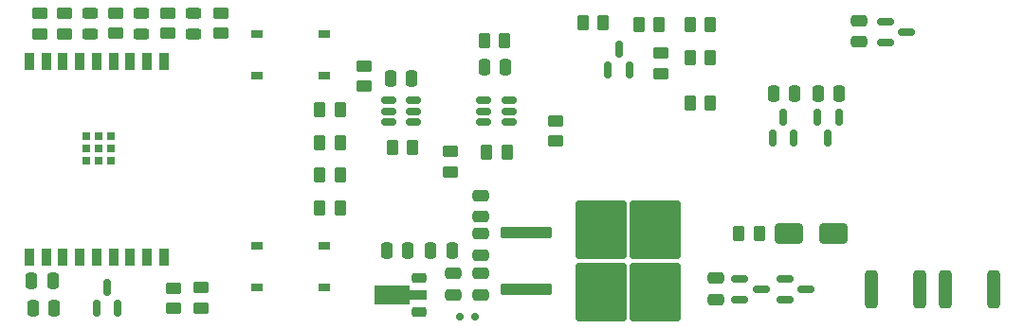
<source format=gbr>
%TF.GenerationSoftware,KiCad,Pcbnew,8.0.4*%
%TF.CreationDate,2025-05-22T08:52:24-04:00*%
%TF.ProjectId,OnionStraws,4f6e696f-6e53-4747-9261-77732e6b6963,rev?*%
%TF.SameCoordinates,Original*%
%TF.FileFunction,Paste,Top*%
%TF.FilePolarity,Positive*%
%FSLAX46Y46*%
G04 Gerber Fmt 4.6, Leading zero omitted, Abs format (unit mm)*
G04 Created by KiCad (PCBNEW 8.0.4) date 2025-05-22 08:52:24*
%MOMM*%
%LPD*%
G01*
G04 APERTURE LIST*
G04 Aperture macros list*
%AMRoundRect*
0 Rectangle with rounded corners*
0 $1 Rounding radius*
0 $2 $3 $4 $5 $6 $7 $8 $9 X,Y pos of 4 corners*
0 Add a 4 corners polygon primitive as box body*
4,1,4,$2,$3,$4,$5,$6,$7,$8,$9,$2,$3,0*
0 Add four circle primitives for the rounded corners*
1,1,$1+$1,$2,$3*
1,1,$1+$1,$4,$5*
1,1,$1+$1,$6,$7*
1,1,$1+$1,$8,$9*
0 Add four rect primitives between the rounded corners*
20,1,$1+$1,$2,$3,$4,$5,0*
20,1,$1+$1,$4,$5,$6,$7,0*
20,1,$1+$1,$6,$7,$8,$9,0*
20,1,$1+$1,$8,$9,$2,$3,0*%
%AMFreePoly0*
4,1,9,3.862500,-0.866500,0.737500,-0.866500,0.737500,-0.450000,-0.737500,-0.450000,-0.737500,0.450000,0.737500,0.450000,0.737500,0.866500,3.862500,0.866500,3.862500,-0.866500,3.862500,-0.866500,$1*%
G04 Aperture macros list end*
%ADD10RoundRect,0.250000X-0.250000X-0.475000X0.250000X-0.475000X0.250000X0.475000X-0.250000X0.475000X0*%
%ADD11RoundRect,0.250000X-0.262500X-0.450000X0.262500X-0.450000X0.262500X0.450000X-0.262500X0.450000X0*%
%ADD12RoundRect,0.250000X0.262500X0.450000X-0.262500X0.450000X-0.262500X-0.450000X0.262500X-0.450000X0*%
%ADD13RoundRect,0.150000X0.150000X-0.587500X0.150000X0.587500X-0.150000X0.587500X-0.150000X-0.587500X0*%
%ADD14RoundRect,0.250000X0.312500X1.450000X-0.312500X1.450000X-0.312500X-1.450000X0.312500X-1.450000X0*%
%ADD15R,1.000000X0.750000*%
%ADD16RoundRect,0.243750X0.456250X-0.243750X0.456250X0.243750X-0.456250X0.243750X-0.456250X-0.243750X0*%
%ADD17RoundRect,0.150000X-0.587500X-0.150000X0.587500X-0.150000X0.587500X0.150000X-0.587500X0.150000X0*%
%ADD18RoundRect,0.250000X0.450000X-0.262500X0.450000X0.262500X-0.450000X0.262500X-0.450000X-0.262500X0*%
%ADD19RoundRect,0.250000X-0.450000X0.262500X-0.450000X-0.262500X0.450000X-0.262500X0.450000X0.262500X0*%
%ADD20RoundRect,0.150000X-0.512500X-0.150000X0.512500X-0.150000X0.512500X0.150000X-0.512500X0.150000X0*%
%ADD21RoundRect,0.250000X0.475000X-0.250000X0.475000X0.250000X-0.475000X0.250000X-0.475000X-0.250000X0*%
%ADD22RoundRect,0.250000X0.250000X0.475000X-0.250000X0.475000X-0.250000X-0.475000X0.250000X-0.475000X0*%
%ADD23R,0.700000X0.700000*%
%ADD24R,0.900000X1.500000*%
%ADD25RoundRect,0.250000X-0.475000X0.250000X-0.475000X-0.250000X0.475000X-0.250000X0.475000X0.250000X0*%
%ADD26RoundRect,0.250000X-2.050000X-0.300000X2.050000X-0.300000X2.050000X0.300000X-2.050000X0.300000X0*%
%ADD27RoundRect,0.250000X-2.025000X-2.375000X2.025000X-2.375000X2.025000X2.375000X-2.025000X2.375000X0*%
%ADD28RoundRect,0.150000X-0.150000X-0.200000X0.150000X-0.200000X0.150000X0.200000X-0.150000X0.200000X0*%
%ADD29RoundRect,0.250000X-0.312500X-1.450000X0.312500X-1.450000X0.312500X1.450000X-0.312500X1.450000X0*%
%ADD30RoundRect,0.225000X0.425000X0.225000X-0.425000X0.225000X-0.425000X-0.225000X0.425000X-0.225000X0*%
%ADD31FreePoly0,180.000000*%
%ADD32RoundRect,0.250000X-1.000000X-0.650000X1.000000X-0.650000X1.000000X0.650000X-1.000000X0.650000X0*%
%ADD33RoundRect,0.150000X-0.150000X0.587500X-0.150000X-0.587500X0.150000X-0.587500X0.150000X0.587500X0*%
G04 APERTURE END LIST*
D10*
%TO.C,C14*%
X75575000Y-103000000D03*
X77475000Y-103000000D03*
%TD*%
D11*
%TO.C,R25*%
X102700000Y-89800000D03*
X104525000Y-89800000D03*
%TD*%
D12*
%TO.C,R17*%
X86350000Y-94200000D03*
X84525000Y-94200000D03*
%TD*%
D13*
%TO.C,D9*%
X95375000Y-86875000D03*
X97275000Y-86875000D03*
X96325000Y-85000000D03*
%TD*%
D14*
%TO.C,F2*%
X123162500Y-106500000D03*
X118887500Y-106500000D03*
%TD*%
D15*
%TO.C,SW2*%
X64000000Y-102625000D03*
X70000000Y-102625000D03*
X64000000Y-106375000D03*
X70000000Y-106375000D03*
%TD*%
D16*
%TO.C,D6*%
X58337500Y-83625000D03*
X58337500Y-81750000D03*
%TD*%
D17*
%TO.C,Q2*%
X107150000Y-105550000D03*
X107150000Y-107450000D03*
X109025000Y-106500000D03*
%TD*%
D18*
%TO.C,R2*%
X56600000Y-108225000D03*
X56600000Y-106400000D03*
%TD*%
D19*
%TO.C,R7*%
X56030000Y-81775000D03*
X56030000Y-83600000D03*
%TD*%
D11*
%TO.C,R10*%
X69600000Y-90400000D03*
X71425000Y-90400000D03*
%TD*%
D10*
%TO.C,C6*%
X75925000Y-87600000D03*
X77825000Y-87600000D03*
%TD*%
D17*
%TO.C,D1*%
X120150000Y-82550000D03*
X120150000Y-84450000D03*
X122025000Y-83500000D03*
%TD*%
D20*
%TO.C,U5*%
X75750000Y-89600000D03*
X75750000Y-90550000D03*
X75750000Y-91500000D03*
X78025000Y-91500000D03*
X78025000Y-90550000D03*
X78025000Y-89600000D03*
%TD*%
D21*
%TO.C,C3*%
X117800000Y-84350000D03*
X117800000Y-82450000D03*
%TD*%
D11*
%TO.C,R11*%
X69600000Y-93350000D03*
X71425000Y-93350000D03*
%TD*%
D22*
%TO.C,C4*%
X45900000Y-108200000D03*
X44000000Y-108200000D03*
%TD*%
D23*
%TO.C,U2*%
X48800000Y-95000000D03*
X49900000Y-95000000D03*
X51000000Y-95000000D03*
X48800000Y-93900000D03*
X49900000Y-93900000D03*
X51000000Y-93900000D03*
X48800000Y-92800000D03*
X49900000Y-92800000D03*
X51000000Y-92800000D03*
D24*
X43700000Y-103610000D03*
X45200000Y-103610000D03*
X46700000Y-103610000D03*
X48200000Y-103610000D03*
X49700000Y-103610000D03*
X51200000Y-103610000D03*
X52700000Y-103610000D03*
X54200000Y-103610000D03*
X55700000Y-103610000D03*
X55700000Y-86110000D03*
X54200000Y-86110000D03*
X52700000Y-86110000D03*
X51200000Y-86110000D03*
X49700000Y-86110000D03*
X48200000Y-86110000D03*
X46700000Y-86110000D03*
X45200000Y-86110000D03*
X43700000Y-86110000D03*
%TD*%
D11*
%TO.C,R16*%
X76100000Y-93800000D03*
X77925000Y-93800000D03*
%TD*%
%TO.C,R13*%
X69600000Y-99250000D03*
X71425000Y-99250000D03*
%TD*%
D10*
%TO.C,C2*%
X43900000Y-105780000D03*
X45800000Y-105780000D03*
%TD*%
D25*
%TO.C,C12*%
X81525000Y-105100000D03*
X81525000Y-107000000D03*
%TD*%
D17*
%TO.C,Q1*%
X111150000Y-105550000D03*
X111150000Y-107450000D03*
X113025000Y-106500000D03*
%TD*%
D26*
%TO.C,U3*%
X88025000Y-101420000D03*
D27*
X94750000Y-101185000D03*
X94750000Y-106735000D03*
X99600000Y-101185000D03*
X99600000Y-106735000D03*
D26*
X88025000Y-106500000D03*
%TD*%
D22*
%TO.C,C1*%
X86225000Y-86600000D03*
X84325000Y-86600000D03*
%TD*%
D25*
%TO.C,C9*%
X84025000Y-101550000D03*
X84025000Y-103450000D03*
%TD*%
D13*
%TO.C,U1*%
X49700000Y-108200000D03*
X51600000Y-108200000D03*
X50650000Y-106325000D03*
%TD*%
D18*
%TO.C,R21*%
X90725000Y-93225000D03*
X90725000Y-91400000D03*
%TD*%
D12*
%TO.C,R19*%
X94950000Y-82600000D03*
X93125000Y-82600000D03*
%TD*%
D18*
%TO.C,R6*%
X51415000Y-83600000D03*
X51415000Y-81775000D03*
%TD*%
D19*
%TO.C,R20*%
X81325000Y-94175000D03*
X81325000Y-96000000D03*
%TD*%
%TO.C,R1*%
X60800000Y-81775000D03*
X60800000Y-83600000D03*
%TD*%
D21*
%TO.C,C11*%
X84025000Y-107000000D03*
X84025000Y-105100000D03*
%TD*%
D28*
%TO.C,D8*%
X83525000Y-109000000D03*
X82125000Y-109000000D03*
%TD*%
D21*
%TO.C,C8*%
X105025000Y-107400000D03*
X105025000Y-105500000D03*
%TD*%
D25*
%TO.C,C10*%
X84025000Y-98100000D03*
X84025000Y-100000000D03*
%TD*%
D29*
%TO.C,F1*%
X125525000Y-106500000D03*
X129800000Y-106500000D03*
%TD*%
D15*
%TO.C,SW1*%
X64000000Y-83625000D03*
X70000000Y-83625000D03*
X64000000Y-87375000D03*
X70000000Y-87375000D03*
%TD*%
D19*
%TO.C,R15*%
X73600000Y-86487500D03*
X73600000Y-88312500D03*
%TD*%
D18*
%TO.C,R4*%
X44600000Y-83625000D03*
X44600000Y-81800000D03*
%TD*%
D11*
%TO.C,R24*%
X102700000Y-85750000D03*
X104525000Y-85750000D03*
%TD*%
D13*
%TO.C,D3*%
X110075000Y-93000000D03*
X111975000Y-93000000D03*
X111025000Y-91125000D03*
%TD*%
D10*
%TO.C,C5*%
X114125000Y-89000000D03*
X116025000Y-89000000D03*
%TD*%
%TO.C,C13*%
X79525000Y-103000000D03*
X81425000Y-103000000D03*
%TD*%
D11*
%TO.C,R12*%
X69600000Y-96300000D03*
X71425000Y-96300000D03*
%TD*%
D12*
%TO.C,R9*%
X108850000Y-101500000D03*
X107025000Y-101500000D03*
%TD*%
D20*
%TO.C,U4*%
X84250000Y-89600000D03*
X84250000Y-90550000D03*
X84250000Y-91500000D03*
X86525000Y-91500000D03*
X86525000Y-90550000D03*
X86525000Y-89600000D03*
%TD*%
D12*
%TO.C,R14*%
X86150000Y-84200000D03*
X84325000Y-84200000D03*
%TD*%
D11*
%TO.C,R23*%
X102700000Y-82800000D03*
X104525000Y-82800000D03*
%TD*%
D30*
%TO.C,U6*%
X78475000Y-108500000D03*
D31*
X78387500Y-107000000D03*
D30*
X78475000Y-105500000D03*
%TD*%
D19*
%TO.C,R18*%
X100125000Y-85375000D03*
X100125000Y-87200000D03*
%TD*%
%TO.C,R3*%
X59000000Y-106375000D03*
X59000000Y-108200000D03*
%TD*%
D11*
%TO.C,R22*%
X98100000Y-82800000D03*
X99925000Y-82800000D03*
%TD*%
D18*
%TO.C,R5*%
X46800000Y-83625000D03*
X46800000Y-81800000D03*
%TD*%
D10*
%TO.C,C7*%
X110125000Y-89000000D03*
X112025000Y-89000000D03*
%TD*%
D16*
%TO.C,D5*%
X49107500Y-83625000D03*
X49107500Y-81750000D03*
%TD*%
D32*
%TO.C,D7*%
X111525000Y-101500000D03*
X115525000Y-101500000D03*
%TD*%
D16*
%TO.C,D4*%
X53722500Y-83625000D03*
X53722500Y-81750000D03*
%TD*%
D33*
%TO.C,D2*%
X115975000Y-91125000D03*
X114075000Y-91125000D03*
X115025000Y-93000000D03*
%TD*%
M02*

</source>
